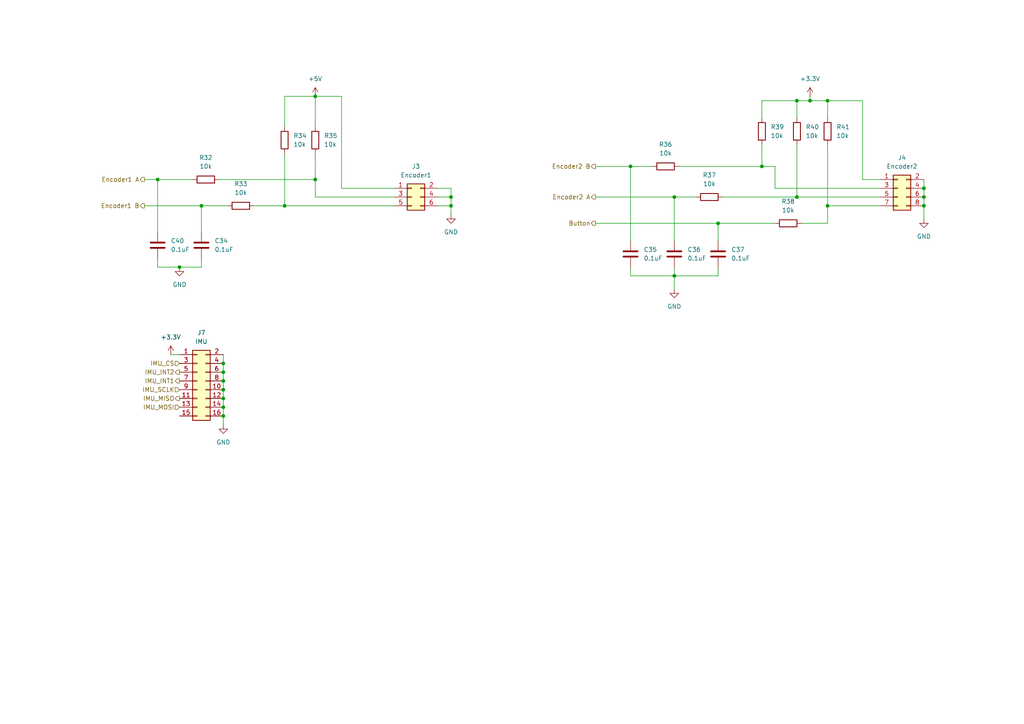
<source format=kicad_sch>
(kicad_sch (version 20250114) (generator "eeschema") (generator_version "9.0")
  (paper "A4")
  (lib_symbols
    (symbol "Connector_Generic:Conn_02x03_Odd_Even" (pin_names (offset 1.016) (hide yes))
      (property "Reference" "J" (at 1.27 5.08 0))
      (property "Value" "Conn_02x03_Odd_Even" (at 1.27 -5.08 0))
      (symbol "Conn_02x03_Odd_Even_1_1"
        (rectangle (start -1.27 3.81) (end 3.81 -3.81) (stroke (width 0.254)) (fill (type background)))
        (rectangle (start -1.27 2.667) (end 0 2.413) (stroke (width 0.1524)))
        (rectangle (start -1.27 0.127) (end 0 -0.127) (stroke (width 0.1524)))
        (rectangle (start -1.27 -2.413) (end 0 -2.667) (stroke (width 0.1524)))
        (rectangle (start 3.81 2.667) (end 2.54 2.413) (stroke (width 0.1524)))
        (rectangle (start 3.81 0.127) (end 2.54 -0.127) (stroke (width 0.1524)))
        (rectangle (start 3.81 -2.413) (end 2.54 -2.667) (stroke (width 0.1524)))
        (pin passive line (at -5.08 2.54 0) (length 3.81) (name "Pin_1") (number "1"))
        (pin passive line (at -5.08 0 0) (length 3.81) (name "Pin_3") (number "3"))
        (pin passive line (at -5.08 -2.54 0) (length 3.81) (name "Pin_5") (number "5"))
        (pin passive line (at 7.62 2.54 180) (length 3.81) (name "Pin_2") (number "2"))
        (pin passive line (at 7.62 0 180) (length 3.81) (name "Pin_4") (number "4"))
        (pin passive line (at 7.62 -2.54 180) (length 3.81) (name "Pin_6") (number "6"))
      )
    )
    (symbol "Connector_Generic:Conn_02x04_Odd_Even" (pin_names (offset 1.016) (hide yes))
      (property "Reference" "J" (at 1.27 5.08 0))
      (property "Value" "Conn_02x04_Odd_Even" (at 1.27 -7.62 0))
      (symbol "Conn_02x04_Odd_Even_1_1"
        (rectangle (start -1.27 3.81) (end 3.81 -6.35) (stroke (width 0.254)) (fill (type background)))
        (rectangle (start -1.27 2.667) (end 0 2.413) (stroke (width 0.1524)))
        (rectangle (start -1.27 0.127) (end 0 -0.127) (stroke (width 0.1524)))
        (rectangle (start -1.27 -2.413) (end 0 -2.667) (stroke (width 0.1524)))
        (rectangle (start -1.27 -4.953) (end 0 -5.207) (stroke (width 0.1524)))
        (rectangle (start 3.81 2.667) (end 2.54 2.413) (stroke (width 0.1524)))
        (rectangle (start 3.81 0.127) (end 2.54 -0.127) (stroke (width 0.1524)))
        (rectangle (start 3.81 -2.413) (end 2.54 -2.667) (stroke (width 0.1524)))
        (rectangle (start 3.81 -4.953) (end 2.54 -5.207) (stroke (width 0.1524)))
        (pin passive line (at -5.08 2.54 0) (length 3.81) (name "Pin_1") (number "1"))
        (pin passive line (at -5.08 0 0) (length 3.81) (name "Pin_3") (number "3"))
        (pin passive line (at -5.08 -2.54 0) (length 3.81) (name "Pin_5") (number "5"))
        (pin passive line (at -5.08 -5.08 0) (length 3.81) (name "Pin_7") (number "7"))
        (pin passive line (at 7.62 2.54 180) (length 3.81) (name "Pin_2") (number "2"))
        (pin passive line (at 7.62 0 180) (length 3.81) (name "Pin_4") (number "4"))
        (pin passive line (at 7.62 -2.54 180) (length 3.81) (name "Pin_6") (number "6"))
        (pin passive line (at 7.62 -5.08 180) (length 3.81) (name "Pin_8") (number "8"))
      )
    )
    (symbol "Connector_Generic:Conn_02x08_Odd_Even" (pin_names (offset 1.016) (hide yes))
      (property "Reference" "J" (at 1.27 10.16 0))
      (property "Value" "Conn_02x08_Odd_Even" (at 1.27 -12.7 0))
      (symbol "Conn_02x08_Odd_Even_1_1"
        (rectangle (start -1.27 8.89) (end 3.81 -11.43) (stroke (width 0.254)) (fill (type background)))
        (rectangle (start -1.27 7.747) (end 0 7.493) (stroke (width 0.1524)))
        (rectangle (start -1.27 5.207) (end 0 4.953) (stroke (width 0.1524)))
        (rectangle (start -1.27 2.667) (end 0 2.413) (stroke (width 0.1524)))
        (rectangle (start -1.27 0.127) (end 0 -0.127) (stroke (width 0.1524)))
        (rectangle (start -1.27 -2.413) (end 0 -2.667) (stroke (width 0.1524)))
        (rectangle (start -1.27 -4.953) (end 0 -5.207) (stroke (width 0.1524)))
        (rectangle (start -1.27 -7.493) (end 0 -7.747) (stroke (width 0.1524)))
        (rectangle (start -1.27 -10.033) (end 0 -10.287) (stroke (width 0.1524)))
        (rectangle (start 3.81 7.747) (end 2.54 7.493) (stroke (width 0.1524)))
        (rectangle (start 3.81 5.207) (end 2.54 4.953) (stroke (width 0.1524)))
        (rectangle (start 3.81 2.667) (end 2.54 2.413) (stroke (width 0.1524)))
        (rectangle (start 3.81 0.127) (end 2.54 -0.127) (stroke (width 0.1524)))
        (rectangle (start 3.81 -2.413) (end 2.54 -2.667) (stroke (width 0.1524)))
        (rectangle (start 3.81 -4.953) (end 2.54 -5.207) (stroke (width 0.1524)))
        (rectangle (start 3.81 -7.493) (end 2.54 -7.747) (stroke (width 0.1524)))
        (rectangle (start 3.81 -10.033) (end 2.54 -10.287) (stroke (width 0.1524)))
        (pin passive line (at -5.08 7.62 0) (length 3.81) (name "Pin_1") (number "1"))
        (pin passive line (at -5.08 5.08 0) (length 3.81) (name "Pin_3") (number "3"))
        (pin passive line (at -5.08 2.54 0) (length 3.81) (name "Pin_5") (number "5"))
        (pin passive line (at -5.08 0 0) (length 3.81) (name "Pin_7") (number "7"))
        (pin passive line (at -5.08 -2.54 0) (length 3.81) (name "Pin_9") (number "9"))
        (pin passive line (at -5.08 -5.08 0) (length 3.81) (name "Pin_11") (number "11"))
        (pin passive line (at -5.08 -7.62 0) (length 3.81) (name "Pin_13") (number "13"))
        (pin passive line (at -5.08 -10.16 0) (length 3.81) (name "Pin_15") (number "15"))
        (pin passive line (at 7.62 7.62 180) (length 3.81) (name "Pin_2") (number "2"))
        (pin passive line (at 7.62 5.08 180) (length 3.81) (name "Pin_4") (number "4"))
        (pin passive line (at 7.62 2.54 180) (length 3.81) (name "Pin_6") (number "6"))
        (pin passive line (at 7.62 0 180) (length 3.81) (name "Pin_8") (number "8"))
        (pin passive line (at 7.62 -2.54 180) (length 3.81) (name "Pin_10") (number "10"))
        (pin passive line (at 7.62 -5.08 180) (length 3.81) (name "Pin_12") (number "12"))
        (pin passive line (at 7.62 -7.62 180) (length 3.81) (name "Pin_14") (number "14"))
        (pin passive line (at 7.62 -10.16 180) (length 3.81) (name "Pin_16") (number "16"))
      )
    )
    (symbol "Device:C" (pin_numbers (hide yes)) (pin_names (offset 0.254))
      (property "Reference" "C" (at 0.635 2.54 0))
      (property "Value" "C" (at 0.635 -2.54 0))
      (symbol "C_0_1"
        (polyline (pts (xy -2.032 0.762) (xy 2.032 0.762)) (stroke (width 0.508)))
        (polyline (pts (xy -2.032 -0.762) (xy 2.032 -0.762)) (stroke (width 0.508)))
      )
      (symbol "C_1_1"
        (pin passive line (at 0 3.81 270) (length 2.794) (name "~") (number "1"))
        (pin passive line (at 0 -3.81 90) (length 2.794) (name "~") (number "2"))
      )
    )
    (symbol "Device:R" (pin_numbers (hide yes)) (pin_names (offset 0))
      (property "Reference" "R" (at 2.032 0 90))
      (property "Value" "R" (at 0 0 90))
      (symbol "R_0_1"
        (rectangle (start -1.016 -2.54) (end 1.016 2.54) (stroke (width 0.254)))
      )
      (symbol "R_1_1"
        (pin passive line (at 0 3.81 270) (length 1.27) (name "~") (number "1"))
        (pin passive line (at 0 -3.81 90) (length 1.27) (name "~") (number "2"))
      )
    )
    (symbol "power:+3.3V" (power) (pin_names (offset 0))
      (property "Value" "+3.3V" (at 0 3.556 0))
      (symbol "+3.3V_0_1"
        (polyline (pts (xy -0.762 1.27) (xy 0 2.54)))
        (polyline (pts (xy 0 2.54) (xy 0.762 1.27)))
        (polyline (pts (xy 0 0) (xy 0 2.54)))
      )
      (symbol "+3.3V_1_1"
        (pin power_in line (at 0 0 90) (length 0) (hide yes) (name "+3.3V") (number "1"))
      )
    )
    (symbol "power:+5V" (power) (pin_names (offset 0))
      (property "Value" "+5V" (at 0 3.556 0))
      (symbol "+5V_0_1"
        (polyline (pts (xy -0.762 1.27) (xy 0 2.54)))
        (polyline (pts (xy 0 2.54) (xy 0.762 1.27)))
        (polyline (pts (xy 0 0) (xy 0 2.54)))
      )
      (symbol "+5V_1_1"
        (pin power_in line (at 0 0 90) (length 0) (hide yes) (name "+5V") (number "1"))
      )
    )
    (symbol "power:GND" (power) (pin_names (offset 0))
      (property "Value" "GND" (at 0 -3.81 0))
      (symbol "GND_0_1"
        (polyline (pts (xy 0 0) (xy 0 -1.27) (xy 1.27 -1.27) (xy 0 -2.54) (xy -1.27 -1.27) (xy 0 -1.27)))
      )
      (symbol "GND_1_1"
        (pin power_in line (at 0 0 270) (length 0) (hide yes) (name "GND") (number "1"))
      )
    )
  )
  (junction (at 64.77 113.03))
  (junction (at 64.77 110.49))
  (junction (at 231.14 57.15))
  (junction (at 234.95 29.21))
  (junction (at 64.77 115.57))
  (junction (at 91.44 52.07))
  (junction (at 64.77 120.65))
  (junction (at 208.28 64.77))
  (junction (at 195.58 80.01))
  (junction (at 240.03 59.69))
  (junction (at 91.44 27.94))
  (junction (at 220.98 48.26))
  (junction (at 267.97 59.69))
  (junction (at 52.07 77.47))
  (junction (at 130.81 59.69))
  (junction (at 231.14 29.21))
  (junction (at 64.77 105.41))
  (junction (at 240.03 29.21))
  (junction (at 182.88 48.26))
  (junction (at 64.77 107.95))
  (junction (at 267.97 57.15))
  (junction (at 64.77 118.11))
  (junction (at 58.42 59.69))
  (junction (at 82.55 59.69))
  (junction (at 267.97 54.61))
  (junction (at 130.81 57.15))
  (junction (at 45.72 52.07))
  (junction (at 195.58 57.15))
  (wire (pts (xy 127 54.61) (xy 130.81 54.61)))
  (wire (pts (xy 240.03 41.91) (xy 240.03 59.69)))
  (wire (pts (xy 41.91 59.69) (xy 58.42 59.69)))
  (wire (pts (xy 240.03 59.69) (xy 255.27 59.69)))
  (wire (pts (xy 240.03 59.69) (xy 240.03 64.77)))
  (wire (pts (xy 58.42 59.69) (xy 66.04 59.69)))
  (wire (pts (xy 130.81 59.69) (xy 130.81 62.23)))
  (wire (pts (xy 240.03 29.21) (xy 240.03 34.29)))
  (wire (pts (xy 130.81 57.15) (xy 130.81 59.69)))
  (wire (pts (xy 172.72 64.77) (xy 208.28 64.77)))
  (wire (pts (xy 73.66 59.69) (xy 82.55 59.69)))
  (wire (pts (xy 45.72 74.93) (xy 45.72 77.47)))
  (wire (pts (xy 231.14 29.21) (xy 234.95 29.21)))
  (wire (pts (xy 231.14 57.15) (xy 255.27 57.15)))
  (wire (pts (xy 196.85 48.26) (xy 220.98 48.26)))
  (wire (pts (xy 127 57.15) (xy 130.81 57.15)))
  (wire (pts (xy 127 59.69) (xy 130.81 59.69)))
  (wire (pts (xy 64.77 118.11) (xy 64.77 120.65)))
  (wire (pts (xy 250.19 52.07) (xy 250.19 29.21)))
  (wire (pts (xy 231.14 34.29) (xy 231.14 29.21)))
  (wire (pts (xy 195.58 77.47) (xy 195.58 80.01)))
  (wire (pts (xy 99.06 54.61) (xy 99.06 27.94)))
  (wire (pts (xy 224.79 48.26) (xy 220.98 48.26)))
  (wire (pts (xy 91.44 57.15) (xy 91.44 52.07)))
  (wire (pts (xy 255.27 52.07) (xy 250.19 52.07)))
  (wire (pts (xy 234.95 29.21) (xy 240.03 29.21)))
  (wire (pts (xy 182.88 77.47) (xy 182.88 80.01)))
  (wire (pts (xy 64.77 113.03) (xy 64.77 115.57)))
  (wire (pts (xy 99.06 27.94) (xy 91.44 27.94)))
  (wire (pts (xy 130.81 54.61) (xy 130.81 57.15)))
  (wire (pts (xy 267.97 54.61) (xy 267.97 57.15)))
  (wire (pts (xy 91.44 57.15) (xy 114.3 57.15)))
  (wire (pts (xy 267.97 52.07) (xy 267.97 54.61)))
  (wire (pts (xy 64.77 120.65) (xy 64.77 123.19)))
  (wire (pts (xy 91.44 44.45) (xy 91.44 52.07)))
  (wire (pts (xy 82.55 44.45) (xy 82.55 59.69)))
  (wire (pts (xy 64.77 107.95) (xy 64.77 110.49)))
  (wire (pts (xy 182.88 48.26) (xy 189.23 48.26)))
  (wire (pts (xy 64.77 115.57) (xy 64.77 118.11)))
  (wire (pts (xy 224.79 48.26) (xy 224.79 54.61)))
  (wire (pts (xy 267.97 57.15) (xy 267.97 59.69)))
  (wire (pts (xy 208.28 77.47) (xy 208.28 80.01)))
  (wire (pts (xy 224.79 54.61) (xy 255.27 54.61)))
  (wire (pts (xy 172.72 48.26) (xy 182.88 48.26)))
  (wire (pts (xy 82.55 27.94) (xy 91.44 27.94)))
  (wire (pts (xy 82.55 27.94) (xy 82.55 36.83)))
  (wire (pts (xy 58.42 74.93) (xy 58.42 77.47)))
  (wire (pts (xy 234.95 27.94) (xy 234.95 29.21)))
  (wire (pts (xy 49.53 102.87) (xy 52.07 102.87)))
  (wire (pts (xy 41.91 52.07) (xy 45.72 52.07)))
  (wire (pts (xy 208.28 64.77) (xy 208.28 69.85)))
  (wire (pts (xy 220.98 29.21) (xy 231.14 29.21)))
  (wire (pts (xy 45.72 77.47) (xy 52.07 77.47)))
  (wire (pts (xy 195.58 80.01) (xy 195.58 83.82)))
  (wire (pts (xy 64.77 110.49) (xy 64.77 113.03)))
  (wire (pts (xy 82.55 59.69) (xy 114.3 59.69)))
  (wire (pts (xy 182.88 80.01) (xy 195.58 80.01)))
  (wire (pts (xy 172.72 57.15) (xy 195.58 57.15)))
  (wire (pts (xy 64.77 105.41) (xy 64.77 107.95)))
  (wire (pts (xy 240.03 29.21) (xy 250.19 29.21)))
  (wire (pts (xy 195.58 57.15) (xy 201.93 57.15)))
  (wire (pts (xy 45.72 52.07) (xy 55.88 52.07)))
  (wire (pts (xy 45.72 52.07) (xy 45.72 67.31)))
  (wire (pts (xy 63.5 52.07) (xy 91.44 52.07)))
  (wire (pts (xy 114.3 54.61) (xy 99.06 54.61)))
  (wire (pts (xy 91.44 27.94) (xy 91.44 36.83)))
  (wire (pts (xy 208.28 64.77) (xy 224.79 64.77)))
  (wire (pts (xy 267.97 59.69) (xy 267.97 63.5)))
  (wire (pts (xy 220.98 41.91) (xy 220.98 48.26)))
  (wire (pts (xy 195.58 80.01) (xy 208.28 80.01)))
  (wire (pts (xy 209.55 57.15) (xy 231.14 57.15)))
  (wire (pts (xy 64.77 102.87) (xy 64.77 105.41)))
  (wire (pts (xy 232.41 64.77) (xy 240.03 64.77)))
  (wire (pts (xy 195.58 57.15) (xy 195.58 69.85)))
  (wire (pts (xy 182.88 48.26) (xy 182.88 69.85)))
  (wire (pts (xy 220.98 29.21) (xy 220.98 34.29)))
  (wire (pts (xy 58.42 59.69) (xy 58.42 67.31)))
  (wire (pts (xy 231.14 41.91) (xy 231.14 57.15)))
  (wire (pts (xy 52.07 77.47) (xy 58.42 77.47)))
  (hierarchical_label "IMU_MISO" (shape output) (at 52.07 115.57 180))
  (hierarchical_label "Encoder2 A" (shape output) (at 172.72 57.15 180))
  (hierarchical_label "IMU_INT1" (shape output) (at 52.07 110.49 180))
  (hierarchical_label "IMU_CS" (shape input) (at 52.07 105.41 180))
  (hierarchical_label "Encoder1 A" (shape output) (at 41.91 52.07 180))
  (hierarchical_label "IMU_MOSI" (shape input) (at 52.07 118.11 180))
  (hierarchical_label "Encoder1 B" (shape output) (at 41.91 59.69 180))
  (hierarchical_label "IMU_INT2" (shape output) (at 52.07 107.95 180))
  (hierarchical_label "Encoder2 B" (shape output) (at 172.72 48.26 180))
  (hierarchical_label "Button" (shape output) (at 172.72 64.77 180))
  (hierarchical_label "IMU_SCLK" (shape input) (at 52.07 113.03 180))
  (symbol (lib_id "Device:R") (at 82.55 40.64 0) (unit 1)
    (property "Reference" "R34" (at 85.09 39.3699 0) (effects (justify left)))
    (property "Value" "10k" (at 85.09 41.9099 0) (effects (justify left)))
    (property "Footprint" "LED_SMD:LED_0805_2012Metric_Pad1.15x1.40mm_HandSolder" (effects (hide yes)))
    (property "Description" "Resistor" (effects (hide yes)))
  )
  (symbol (lib_id "Device:R") (at 240.03 38.1 180) (unit 1)
    (property "Reference" "R41" (at 242.57 36.8299 0) (effects (justify right)))
    (property "Value" "10k" (at 242.57 39.3699 0) (effects (justify right)))
    (property "Footprint" "LED_SMD:LED_0805_2012Metric_Pad1.15x1.40mm_HandSolder" (effects (hide yes)))
    (property "Description" "Resistor" (effects (hide yes)))
  )
  (symbol (lib_id "Device:C") (at 208.28 73.66 180) (unit 1)
    (property "Reference" "C37" (at 212.09 72.3899 0) (effects (justify right)))
    (property "Value" "0.1uF" (at 212.09 74.9299 0) (effects (justify right)))
    (property "Footprint" "Capacitor_SMD:C_0805_2012Metric_Pad1.18x1.45mm_HandSolder" (effects (hide yes)))
    (property "Description" "Unpolarized capacitor" (effects (hide yes)))
  )
  (symbol (lib_id "Device:R") (at 220.98 38.1 180) (unit 1)
    (property "Reference" "R39" (at 223.52 36.8299 0) (effects (justify right)))
    (property "Value" "10k" (at 223.52 39.3699 0) (effects (justify right)))
    (property "Footprint" "LED_SMD:LED_0805_2012Metric_Pad1.15x1.40mm_HandSolder" (effects (hide yes)))
    (property "Description" "Resistor" (effects (hide yes)))
  )
  (symbol (lib_id "Device:R") (at 193.04 48.26 90) (unit 1)
    (property "Reference" "R36" (at 193.04 41.91 90))
    (property "Value" "10k" (at 193.04 44.45 90))
    (property "Footprint" "LED_SMD:LED_0805_2012Metric_Pad1.15x1.40mm_HandSolder" (effects (hide yes)))
    (property "Description" "Resistor" (effects (hide yes)))
  )
  (symbol (lib_id "Device:R") (at 231.14 38.1 180) (unit 1)
    (property "Reference" "R40" (at 233.68 36.8299 0) (effects (justify right)))
    (property "Value" "10k" (at 233.68 39.3699 0) (effects (justify right)))
    (property "Footprint" "LED_SMD:LED_0805_2012Metric_Pad1.15x1.40mm_HandSolder" (effects (hide yes)))
    (property "Description" "Resistor" (effects (hide yes)))
  )
  (symbol (lib_id "Device:R") (at 228.6 64.77 90) (unit 1)
    (property "Reference" "R38" (at 228.6 58.42 90))
    (property "Value" "10k" (at 228.6 60.96 90))
    (property "Footprint" "LED_SMD:LED_0805_2012Metric_Pad1.15x1.40mm_HandSolder" (effects (hide yes)))
    (property "Description" "Resistor" (effects (hide yes)))
  )
  (symbol (lib_id "Connector_Generic:Conn_02x03_Odd_Even") (at 119.38 57.15 0) (unit 1)
    (property "Reference" "J3" (at 120.65 48.26 0))
    (property "Value" "Encoder1" (at 120.65 50.8 0))
    (property "Footprint" "Connector_PinHeader_2.54mm:PinHeader_2x03_P2.54mm_Vertical" (effects (hide yes)))
  )
  (symbol (lib_id "Device:C") (at 195.58 73.66 180) (unit 1)
    (property "Reference" "C36" (at 199.39 72.3899 0) (effects (justify right)))
    (property "Value" "0.1uF" (at 199.39 74.9299 0) (effects (justify right)))
    (property "Footprint" "Capacitor_SMD:C_0805_2012Metric_Pad1.18x1.45mm_HandSolder" (effects (hide yes)))
    (property "Description" "Unpolarized capacitor" (effects (hide yes)))
  )
  (symbol (lib_id "Device:C") (at 45.72 71.12 180) (unit 1)
    (property "Reference" "C40" (at 49.53 69.8499 0) (effects (justify right)))
    (property "Value" "0.1uF" (at 49.53 72.3899 0) (effects (justify right)))
    (property "Footprint" "Capacitor_SMD:C_0805_2012Metric_Pad1.18x1.45mm_HandSolder" (effects (hide yes)))
    (property "Description" "Unpolarized capacitor" (effects (hide yes)))
  )
  (symbol (lib_id "power:+5V") (at 91.44 27.94 0) (unit 1)
    (property "Reference" "#PWR030" (effects (hide yes)))
    (property "Value" "+5V" (at 91.44 22.86 0))
  )
  (symbol (lib_id "power:+3.3V") (at 234.95 27.94 0) (unit 1)
    (property "Reference" "#PWR036" (effects (hide yes)))
    (property "Value" "+3.3V" (at 234.95 22.86 0))
    (instances (project "IMU" (path "" (reference "#PWR07") (unit 1))) (project "Driver" (path "" (reference "#PWR036") (unit 1))))
  )
  (symbol (lib_id "Device:R") (at 91.44 40.64 180) (unit 1)
    (property "Reference" "R35" (at 93.98 39.3699 0) (effects (justify right)))
    (property "Value" "10k" (at 93.98 41.9099 0) (effects (justify right)))
    (property "Footprint" "LED_SMD:LED_0805_2012Metric_Pad1.15x1.40mm_HandSolder" (effects (hide yes)))
    (property "Description" "Resistor" (effects (hide yes)))
  )
  (symbol (lib_id "power:GND") (at 195.58 83.82 0) (unit 1)
    (property "Reference" "#PWR035" (effects (hide yes)))
    (property "Value" "GND" (at 195.58 88.9 0))
  )
  (symbol (lib_id "power:GND") (at 130.81 62.23 0) (unit 1)
    (property "Reference" "#PWR060" (effects (hide yes)))
    (property "Value" "GND" (at 130.81 67.31 0))
  )
  (symbol (lib_id "Device:R") (at 205.74 57.15 90) (unit 1)
    (property "Reference" "R37" (at 205.74 50.8 90))
    (property "Value" "10k" (at 205.74 53.34 90))
    (property "Footprint" "LED_SMD:LED_0805_2012Metric_Pad1.15x1.40mm_HandSolder" (effects (hide yes)))
    (property "Description" "Resistor" (effects (hide yes)))
  )
  (symbol (lib_id "Device:R") (at 59.69 52.07 90) (unit 1)
    (property "Reference" "R32" (at 59.69 45.72 90))
    (property "Value" "10k" (at 59.69 48.26 90))
    (property "Footprint" "LED_SMD:LED_0805_2012Metric_Pad1.15x1.40mm_HandSolder" (effects (hide yes)))
    (property "Description" "Resistor" (effects (hide yes)))
  )
  (symbol (lib_id "Connector_Generic:Conn_02x08_Odd_Even") (at 57.15 110.49 0) (unit 1)
    (property "Reference" "J7" (at 58.42 96.52 0))
    (property "Value" "IMU" (at 58.42 99.06 0))
    (property "Footprint" "Connector_PinHeader_2.54mm:PinHeader_2x08_P2.54mm_Vertical" (effects (hide yes)))
  )
  (symbol (lib_id "power:GND") (at 64.77 123.19 0) (unit 1)
    (property "Reference" "#PWR034" (effects (hide yes)))
    (property "Value" "GND" (at 64.77 128.27 0))
    (instances (project "IMU" (path "" (reference "#PWR06") (unit 1))) (project "Driver" (path "" (reference "#PWR034") (unit 1))))
  )
  (symbol (lib_id "power:GND") (at 267.97 63.5 0) (unit 1)
    (property "Reference" "#PWR059" (effects (hide yes)))
    (property "Value" "GND" (at 267.97 68.58 0))
  )
  (symbol (lib_id "Device:C") (at 58.42 71.12 180) (unit 1)
    (property "Reference" "C34" (at 62.23 69.8499 0) (effects (justify right)))
    (property "Value" "0.1uF" (at 62.23 72.3899 0) (effects (justify right)))
    (property "Footprint" "Capacitor_SMD:C_0805_2012Metric_Pad1.18x1.45mm_HandSolder" (effects (hide yes)))
    (property "Description" "Unpolarized capacitor" (effects (hide yes)))
  )
  (symbol (lib_id "Device:R") (at 69.85 59.69 90) (unit 1)
    (property "Reference" "R33" (at 69.85 53.34 90))
    (property "Value" "10k" (at 69.85 55.88 90))
    (property "Footprint" "LED_SMD:LED_0805_2012Metric_Pad1.15x1.40mm_HandSolder" (effects (hide yes)))
    (property "Description" "Resistor" (effects (hide yes)))
  )
  (symbol (lib_id "power:+3.3V") (at 49.53 102.87 0) (unit 1)
    (property "Reference" "#PWR033" (effects (hide yes)))
    (property "Value" "+3.3V" (at 49.53 97.79 0))
    (instances (project "IMU" (path "" (reference "#PWR07") (unit 1))) (project "Driver" (path "" (reference "#PWR033") (unit 1))))
  )
  (symbol (lib_id "power:GND") (at 52.07 77.47 0) (unit 1)
    (property "Reference" "#PWR032" (effects (hide yes)))
    (property "Value" "GND" (at 52.07 82.55 0))
  )
  (symbol (lib_id "Device:C") (at 182.88 73.66 180) (unit 1)
    (property "Reference" "C35" (at 186.69 72.3899 0) (effects (justify right)))
    (property "Value" "0.1uF" (at 186.69 74.9299 0) (effects (justify right)))
    (property "Footprint" "Capacitor_SMD:C_0805_2012Metric_Pad1.18x1.45mm_HandSolder" (effects (hide yes)))
    (property "Description" "Unpolarized capacitor" (effects (hide yes)))
  )
  (symbol (lib_id "Connector_Generic:Conn_02x04_Odd_Even") (at 260.35 54.61 0) (unit 1)
    (property "Reference" "J4" (at 261.62 45.72 0))
    (property "Value" "Encoder2" (at 261.62 48.26 0))
    (property "Footprint" "Connector_PinHeader_2.54mm:PinHeader_2x04_P2.54mm_Vertical" (effects (hide yes)))
  )
)
</source>
